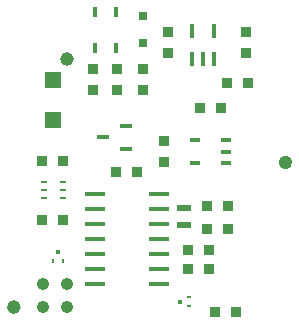
<source format=gbr>
G04 DesignSpark PCB Gerber Version 10.0 Build 5299*
G04 #@! TF.Part,Single*
G04 #@! TF.FileFunction,Paste,Bot*
G04 #@! TF.FilePolarity,Positive*
%FSLAX35Y35*%
%MOIN*%
G04 #@! TA.AperFunction,SMDPad,CuDef*
%ADD117R,0.00975X0.01762*%
%ADD116R,0.01565X0.03337*%
%ADD112R,0.01600X0.04600*%
%ADD118R,0.01762X0.01762*%
%ADD106R,0.03337X0.03691*%
%ADD113R,0.02550X0.02550*%
%ADD74R,0.05700X0.05700*%
G04 #@! TD.AperFunction*
%ADD12C,0.00500*%
G04 #@! TA.AperFunction,SMDPad,CuDef*
%ADD77C,0.04124*%
%ADD114R,0.02156X0.00581*%
%ADD109R,0.01762X0.00975*%
%ADD78R,0.04400X0.01700*%
%ADD111R,0.06900X0.01700*%
%ADD110R,0.01762X0.01762*%
%ADD115R,0.03731X0.01762*%
%ADD107R,0.04912X0.02353*%
%ADD108R,0.03691X0.03337*%
G04 #@! TD.AperFunction*
X0Y0D02*
D02*
D12*
X22452Y9948D02*
G75*
G02*
X18515I-1969J0D01*
G01*
G75*
G02*
X22452I1969J0D01*
G01*
G36*
X22452Y9948D02*
G75*
G02*
X18515I-1969J0D01*
G01*
G75*
G02*
X22452I1969J0D01*
G01*
G37*
X40169Y92626D02*
G75*
G02*
X36231I-1969J0D01*
G01*
G75*
G02*
X40169I1969J0D01*
G01*
G36*
X40169Y92626D02*
G75*
G02*
X36231I-1969J0D01*
G01*
G75*
G02*
X40169I1969J0D01*
G01*
G37*
X113003Y58177D02*
G75*
G02*
X109066I-1969J0D01*
G01*
G75*
G02*
X113003I1969J0D01*
G01*
G36*
X113003Y58177D02*
G75*
G02*
X109066I-1969J0D01*
G01*
G75*
G02*
X113003I1969J0D01*
G01*
G37*
D02*
D74*
X33636Y72416D03*
Y85816D03*
D02*
D77*
X30326Y9948D03*
Y17822D03*
X38200Y9948D03*
Y17822D03*
D02*
D78*
X50258Y66518D03*
X57958Y62768D03*
Y70268D03*
D02*
D106*
X47022Y82309D03*
Y89309D03*
X54896Y82309D03*
Y89309D03*
X63557Y82309D03*
Y89309D03*
X70644Y58293D03*
Y65293D03*
X71746Y94712D03*
Y101712D03*
X97809Y94514D03*
Y101514D03*
D02*
D107*
X77378Y37300D03*
Y43009D03*
D02*
D108*
X29742Y38959D03*
Y58644D03*
X36742Y38959D03*
Y58644D03*
X54447Y55100D03*
X61447D03*
X78561Y22817D03*
Y29116D03*
X82498Y76360D03*
X84959Y36083D03*
Y43683D03*
X85561Y22817D03*
Y29116D03*
X87616Y8250D03*
X89498Y76360D03*
X91657Y84625D03*
X91959Y36083D03*
Y43683D03*
X94616Y8250D03*
X98657Y84625D03*
D02*
D109*
X78911Y10219D03*
Y13368D03*
D02*
D110*
X75762Y11793D03*
D02*
D111*
X47494Y17674D03*
Y22674D03*
Y27674D03*
Y32674D03*
Y37674D03*
Y42674D03*
Y47674D03*
X68794Y17674D03*
Y22674D03*
Y27674D03*
Y32674D03*
Y37674D03*
Y42674D03*
Y47674D03*
D02*
D112*
X79807Y102125D03*
X79857Y92725D03*
X83557D03*
X87257D03*
X87307Y102125D03*
D02*
D113*
X63588Y98003D03*
Y106861D03*
D02*
D114*
X30486Y46439D03*
Y48998D03*
Y51557D03*
X36785Y46439D03*
Y48998D03*
Y51557D03*
D02*
D115*
X80880Y58053D03*
Y65533D03*
X91116Y58053D03*
Y61793D03*
Y65533D03*
D02*
D116*
X47652Y96437D03*
Y108248D03*
X54621Y96437D03*
Y108248D03*
D02*
D117*
X33636Y25179D03*
X36785D03*
D02*
D118*
X35211Y28329D03*
X0Y0D02*
M02*

</source>
